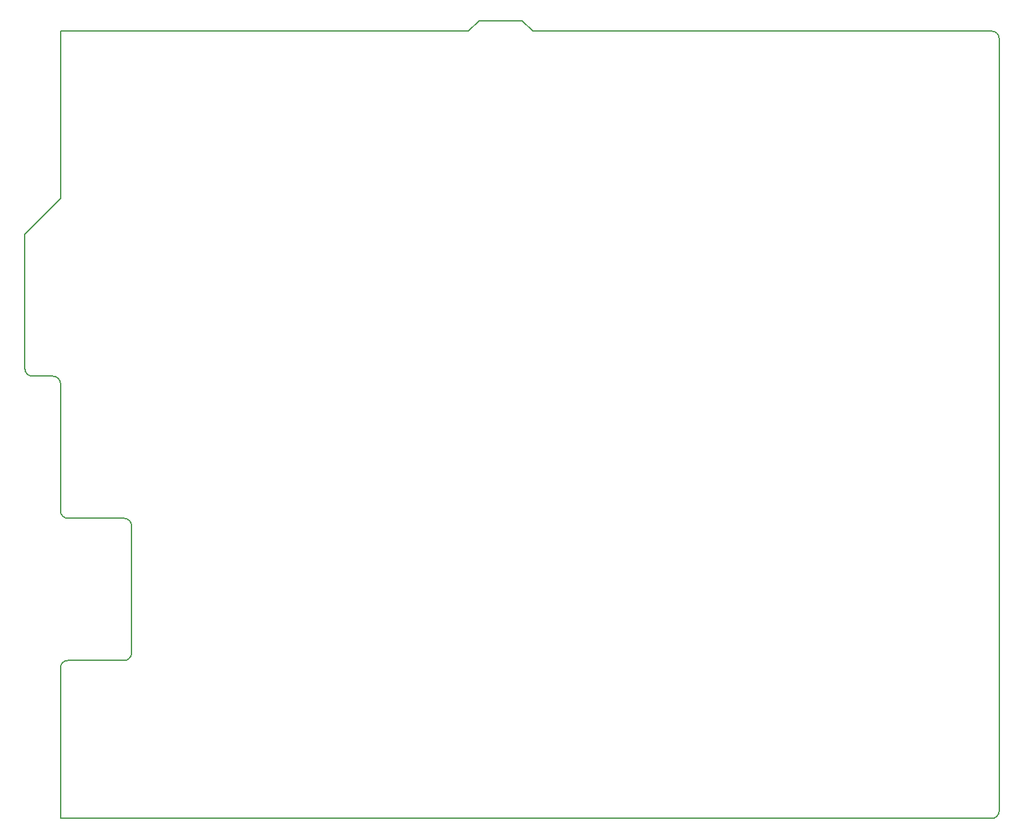
<source format=gbr>
G04 #@! TF.GenerationSoftware,KiCad,Pcbnew,7.0.8*
G04 #@! TF.CreationDate,2023-10-29T20:23:16+09:00*
G04 #@! TF.ProjectId,ckb9,636b6239-2e6b-4696-9361-645f70636258,rev?*
G04 #@! TF.SameCoordinates,Original*
G04 #@! TF.FileFunction,Profile,NP*
%FSLAX46Y46*%
G04 Gerber Fmt 4.6, Leading zero omitted, Abs format (unit mm)*
G04 Created by KiCad (PCBNEW 7.0.8) date 2023-10-29 20:23:16*
%MOMM*%
%LPD*%
G01*
G04 APERTURE LIST*
G04 #@! TA.AperFunction,Profile*
%ADD10C,0.150000*%
G04 #@! TD*
G04 APERTURE END LIST*
D10*
X616590000Y79630000D02*
X678050000Y79630048D01*
X553310000Y-25890000D02*
X678039952Y-25890000D01*
X678039953Y-25889950D02*
G75*
G03*
X679050000Y-24890000I10047J999950D01*
G01*
X679049998Y78620000D02*
G75*
G03*
X678050000Y79630048I-999998J10000D01*
G01*
X553309952Y-5720000D02*
X553310000Y-25890000D01*
X562840000Y13319952D02*
X562840048Y-3720000D01*
X554320000Y-4720002D02*
G75*
G03*
X553309952Y-5720000I-10000J-999998D01*
G01*
X561830000Y-4719998D02*
G75*
G03*
X562840048Y-3720000I10000J999998D01*
G01*
X561830000Y-4720000D02*
X554320000Y-4720000D01*
X553320000Y57180000D02*
X548560000Y52420000D01*
X549560000Y33380000D02*
X552320000Y33380048D01*
X553320000Y32370000D02*
X553320000Y15340000D01*
X554320000Y14329952D02*
X561840000Y14330000D01*
X548560000Y52420000D02*
X548560000Y34390048D01*
X548560050Y34390047D02*
G75*
G03*
X549560000Y33380000I999950J-10047D01*
G01*
X553320002Y15340000D02*
G75*
G03*
X554320000Y14329952I999998J-10000D01*
G01*
X562839950Y13319953D02*
G75*
G03*
X561840000Y14330000I-999950J10047D01*
G01*
X553319998Y32370000D02*
G75*
G03*
X552320000Y33380048I-999998J10000D01*
G01*
X553320000Y79630000D02*
X553320000Y57180000D01*
X553320000Y79630000D02*
X607970000Y79630000D01*
X615180000Y81040000D02*
X616590000Y79630000D01*
X679050000Y-24890000D02*
X679050000Y78620000D01*
X609380000Y81040000D02*
X607970000Y79630000D01*
X615180000Y81040000D02*
X609380000Y81040000D01*
M02*

</source>
